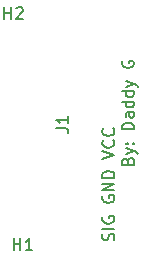
<source format=gbr>
%TF.GenerationSoftware,KiCad,Pcbnew,(6.0.11)*%
%TF.CreationDate,2023-02-04T21:56:39-06:00*%
%TF.ProjectId,Euclid Reverse Engineer,4575636c-6964-4205-9265-766572736520,rev?*%
%TF.SameCoordinates,Original*%
%TF.FileFunction,Legend,Top*%
%TF.FilePolarity,Positive*%
%FSLAX46Y46*%
G04 Gerber Fmt 4.6, Leading zero omitted, Abs format (unit mm)*
G04 Created by KiCad (PCBNEW (6.0.11)) date 2023-02-04 21:56:39*
%MOMM*%
%LPD*%
G01*
G04 APERTURE LIST*
%ADD10C,0.150000*%
G04 APERTURE END LIST*
D10*
X156178571Y-109297619D02*
X156226190Y-109154761D01*
X156273809Y-109107142D01*
X156369047Y-109059523D01*
X156511904Y-109059523D01*
X156607142Y-109107142D01*
X156654761Y-109154761D01*
X156702380Y-109250000D01*
X156702380Y-109630952D01*
X155702380Y-109630952D01*
X155702380Y-109297619D01*
X155750000Y-109202380D01*
X155797619Y-109154761D01*
X155892857Y-109107142D01*
X155988095Y-109107142D01*
X156083333Y-109154761D01*
X156130952Y-109202380D01*
X156178571Y-109297619D01*
X156178571Y-109630952D01*
X156035714Y-108726190D02*
X156702380Y-108488095D01*
X156035714Y-108250000D02*
X156702380Y-108488095D01*
X156940476Y-108583333D01*
X156988095Y-108630952D01*
X157035714Y-108726190D01*
X156607142Y-107869047D02*
X156654761Y-107821428D01*
X156702380Y-107869047D01*
X156654761Y-107916666D01*
X156607142Y-107869047D01*
X156702380Y-107869047D01*
X156083333Y-107869047D02*
X156130952Y-107821428D01*
X156178571Y-107869047D01*
X156130952Y-107916666D01*
X156083333Y-107869047D01*
X156178571Y-107869047D01*
X156702380Y-106630952D02*
X155702380Y-106630952D01*
X155702380Y-106392857D01*
X155750000Y-106250000D01*
X155845238Y-106154761D01*
X155940476Y-106107142D01*
X156130952Y-106059523D01*
X156273809Y-106059523D01*
X156464285Y-106107142D01*
X156559523Y-106154761D01*
X156654761Y-106250000D01*
X156702380Y-106392857D01*
X156702380Y-106630952D01*
X156702380Y-105202380D02*
X156178571Y-105202380D01*
X156083333Y-105250000D01*
X156035714Y-105345238D01*
X156035714Y-105535714D01*
X156083333Y-105630952D01*
X156654761Y-105202380D02*
X156702380Y-105297619D01*
X156702380Y-105535714D01*
X156654761Y-105630952D01*
X156559523Y-105678571D01*
X156464285Y-105678571D01*
X156369047Y-105630952D01*
X156321428Y-105535714D01*
X156321428Y-105297619D01*
X156273809Y-105202380D01*
X156702380Y-104297619D02*
X155702380Y-104297619D01*
X156654761Y-104297619D02*
X156702380Y-104392857D01*
X156702380Y-104583333D01*
X156654761Y-104678571D01*
X156607142Y-104726190D01*
X156511904Y-104773809D01*
X156226190Y-104773809D01*
X156130952Y-104726190D01*
X156083333Y-104678571D01*
X156035714Y-104583333D01*
X156035714Y-104392857D01*
X156083333Y-104297619D01*
X156702380Y-103392857D02*
X155702380Y-103392857D01*
X156654761Y-103392857D02*
X156702380Y-103488095D01*
X156702380Y-103678571D01*
X156654761Y-103773809D01*
X156607142Y-103821428D01*
X156511904Y-103869047D01*
X156226190Y-103869047D01*
X156130952Y-103821428D01*
X156083333Y-103773809D01*
X156035714Y-103678571D01*
X156035714Y-103488095D01*
X156083333Y-103392857D01*
X156035714Y-103011904D02*
X156702380Y-102773809D01*
X156035714Y-102535714D02*
X156702380Y-102773809D01*
X156940476Y-102869047D01*
X156988095Y-102916666D01*
X157035714Y-103011904D01*
X155750000Y-100869047D02*
X155702380Y-100964285D01*
X155702380Y-101107142D01*
X155750000Y-101250000D01*
X155845238Y-101345238D01*
X155940476Y-101392857D01*
X156130952Y-101440476D01*
X156273809Y-101440476D01*
X156464285Y-101392857D01*
X156559523Y-101345238D01*
X156654761Y-101250000D01*
X156702380Y-101107142D01*
X156702380Y-101011904D01*
X156654761Y-100869047D01*
X156607142Y-100821428D01*
X156273809Y-100821428D01*
X156273809Y-101011904D01*
%TO.C,J1*%
X150152380Y-106533333D02*
X150866666Y-106533333D01*
X151009523Y-106580952D01*
X151104761Y-106676190D01*
X151152380Y-106819047D01*
X151152380Y-106914285D01*
X151152380Y-105533333D02*
X151152380Y-106104761D01*
X151152380Y-105819047D02*
X150152380Y-105819047D01*
X150295238Y-105914285D01*
X150390476Y-106009523D01*
X150438095Y-106104761D01*
X155004761Y-116038095D02*
X155052380Y-115895238D01*
X155052380Y-115657142D01*
X155004761Y-115561904D01*
X154957142Y-115514285D01*
X154861904Y-115466666D01*
X154766666Y-115466666D01*
X154671428Y-115514285D01*
X154623809Y-115561904D01*
X154576190Y-115657142D01*
X154528571Y-115847619D01*
X154480952Y-115942857D01*
X154433333Y-115990476D01*
X154338095Y-116038095D01*
X154242857Y-116038095D01*
X154147619Y-115990476D01*
X154100000Y-115942857D01*
X154052380Y-115847619D01*
X154052380Y-115609523D01*
X154100000Y-115466666D01*
X155052380Y-115038095D02*
X154052380Y-115038095D01*
X154100000Y-114038095D02*
X154052380Y-114133333D01*
X154052380Y-114276190D01*
X154100000Y-114419047D01*
X154195238Y-114514285D01*
X154290476Y-114561904D01*
X154480952Y-114609523D01*
X154623809Y-114609523D01*
X154814285Y-114561904D01*
X154909523Y-114514285D01*
X155004761Y-114419047D01*
X155052380Y-114276190D01*
X155052380Y-114180952D01*
X155004761Y-114038095D01*
X154957142Y-113990476D01*
X154623809Y-113990476D01*
X154623809Y-114180952D01*
X154100000Y-112276190D02*
X154052380Y-112371428D01*
X154052380Y-112514285D01*
X154100000Y-112657142D01*
X154195238Y-112752380D01*
X154290476Y-112800000D01*
X154480952Y-112847619D01*
X154623809Y-112847619D01*
X154814285Y-112800000D01*
X154909523Y-112752380D01*
X155004761Y-112657142D01*
X155052380Y-112514285D01*
X155052380Y-112419047D01*
X155004761Y-112276190D01*
X154957142Y-112228571D01*
X154623809Y-112228571D01*
X154623809Y-112419047D01*
X155052380Y-111800000D02*
X154052380Y-111800000D01*
X155052380Y-111228571D01*
X154052380Y-111228571D01*
X155052380Y-110752380D02*
X154052380Y-110752380D01*
X154052380Y-110514285D01*
X154100000Y-110371428D01*
X154195238Y-110276190D01*
X154290476Y-110228571D01*
X154480952Y-110180952D01*
X154623809Y-110180952D01*
X154814285Y-110228571D01*
X154909523Y-110276190D01*
X155004761Y-110371428D01*
X155052380Y-110514285D01*
X155052380Y-110752380D01*
X154052380Y-109133333D02*
X155052380Y-108800000D01*
X154052380Y-108466666D01*
X154957142Y-107561904D02*
X155004761Y-107609523D01*
X155052380Y-107752380D01*
X155052380Y-107847619D01*
X155004761Y-107990476D01*
X154909523Y-108085714D01*
X154814285Y-108133333D01*
X154623809Y-108180952D01*
X154480952Y-108180952D01*
X154290476Y-108133333D01*
X154195238Y-108085714D01*
X154100000Y-107990476D01*
X154052380Y-107847619D01*
X154052380Y-107752380D01*
X154100000Y-107609523D01*
X154147619Y-107561904D01*
X154957142Y-106561904D02*
X155004761Y-106609523D01*
X155052380Y-106752380D01*
X155052380Y-106847619D01*
X155004761Y-106990476D01*
X154909523Y-107085714D01*
X154814285Y-107133333D01*
X154623809Y-107180952D01*
X154480952Y-107180952D01*
X154290476Y-107133333D01*
X154195238Y-107085714D01*
X154100000Y-106990476D01*
X154052380Y-106847619D01*
X154052380Y-106752380D01*
X154100000Y-106609523D01*
X154147619Y-106561904D01*
%TO.C,H2*%
X145738095Y-97302380D02*
X145738095Y-96302380D01*
X145738095Y-96778571D02*
X146309523Y-96778571D01*
X146309523Y-97302380D02*
X146309523Y-96302380D01*
X146738095Y-96397619D02*
X146785714Y-96350000D01*
X146880952Y-96302380D01*
X147119047Y-96302380D01*
X147214285Y-96350000D01*
X147261904Y-96397619D01*
X147309523Y-96492857D01*
X147309523Y-96588095D01*
X147261904Y-96730952D01*
X146690476Y-97302380D01*
X147309523Y-97302380D01*
%TO.C,H1*%
X146538095Y-116852380D02*
X146538095Y-115852380D01*
X146538095Y-116328571D02*
X147109523Y-116328571D01*
X147109523Y-116852380D02*
X147109523Y-115852380D01*
X148109523Y-116852380D02*
X147538095Y-116852380D01*
X147823809Y-116852380D02*
X147823809Y-115852380D01*
X147728571Y-115995238D01*
X147633333Y-116090476D01*
X147538095Y-116138095D01*
%TD*%
M02*

</source>
